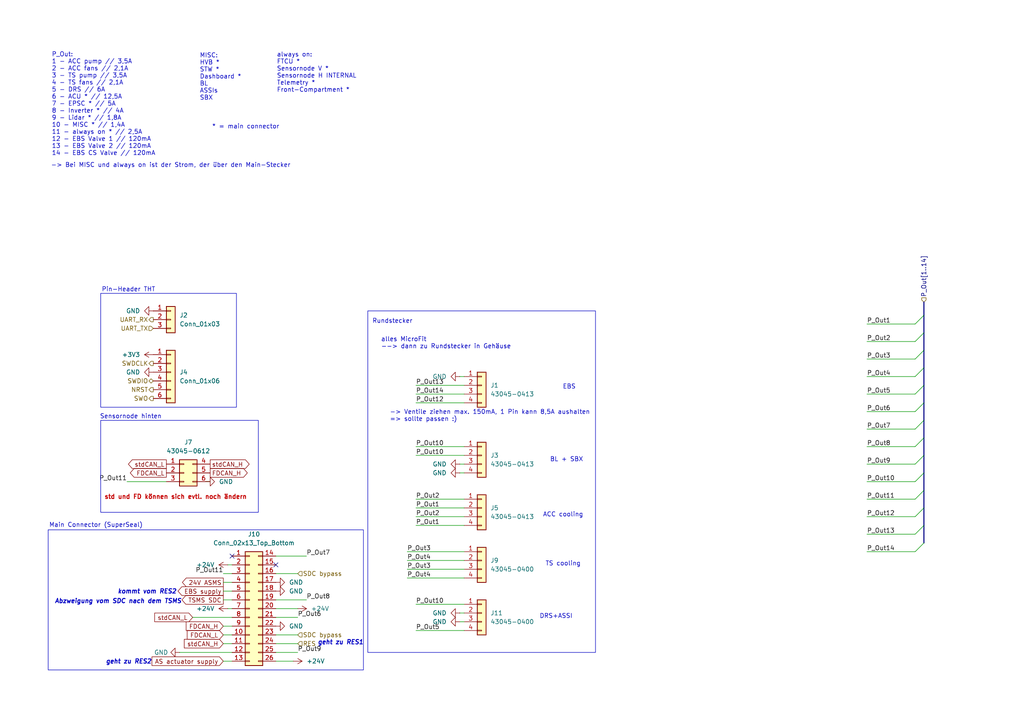
<source format=kicad_sch>
(kicad_sch (version 20231120) (generator "eeschema") (generator_version "8.0")
  (paper "A4")
  (title_block (title "PDU FT25") (date "2025-01-15") (rev "V1.2") (company "Janek Herm") (comment 1 "FaSTTUBe Electronics"))
  (lib_symbols
    (symbol "Connector_Generic:Conn_01x03" (pin_names (offset 1.016) hide)
      (property "Reference" "J" (at 0 5.08 0))
      (property "Value" "Conn_01x03" (at 0 -5.08 0))
      (symbol "Conn_01x03_1_1"
        (rectangle (start -1.27 -2.413) (end 0 -2.667) (stroke (width 0.1524)))
        (rectangle (start -1.27 0.127) (end 0 -0.127) (stroke (width 0.1524)))
        (rectangle (start -1.27 2.667) (end 0 2.413) (stroke (width 0.1524)))
        (rectangle (start -1.27 3.81) (end 1.27 -3.81) (stroke (width 0.254)) (fill (type background)))
        (pin passive line (at -5.08 2.54 0) (length 3.81) (name "Pin_1") (number "1"))
        (pin passive line (at -5.08 0 0) (length 3.81) (name "Pin_2") (number "2"))
        (pin passive line (at -5.08 -2.54 0) (length 3.81) (name "Pin_3") (number "3"))
      )
    )
    (symbol "Connector_Generic:Conn_01x04" (pin_names (offset 1.016) hide)
      (property "Reference" "J" (at 0 5.08 0))
      (property "Value" "Conn_01x04" (at 0 -7.62 0))
      (symbol "Conn_01x04_1_1"
        (rectangle (start -1.27 -4.953) (end 0 -5.207) (stroke (width 0.1524)))
        (rectangle (start -1.27 -2.413) (end 0 -2.667) (stroke (width 0.1524)))
        (rectangle (start -1.27 0.127) (end 0 -0.127) (stroke (width 0.1524)))
        (rectangle (start -1.27 2.667) (end 0 2.413) (stroke (width 0.1524)))
        (rectangle (start -1.27 3.81) (end 1.27 -6.35) (stroke (width 0.254)) (fill (type background)))
        (pin passive line (at -5.08 2.54 0) (length 3.81) (name "Pin_1") (number "1"))
        (pin passive line (at -5.08 0 0) (length 3.81) (name "Pin_2") (number "2"))
        (pin passive line (at -5.08 -2.54 0) (length 3.81) (name "Pin_3") (number "3"))
        (pin passive line (at -5.08 -5.08 0) (length 3.81) (name "Pin_4") (number "4"))
      )
    )
    (symbol "Connector_Generic:Conn_01x06" (pin_names (offset 1.016) hide)
      (property "Reference" "J" (at 0 7.62 0))
      (property "Value" "Conn_01x06" (at 0 -10.16 0))
      (symbol "Conn_01x06_1_1"
        (rectangle (start -1.27 -7.493) (end 0 -7.747) (stroke (width 0.1524)))
        (rectangle (start -1.27 -4.953) (end 0 -5.207) (stroke (width 0.1524)))
        (rectangle (start -1.27 -2.413) (end 0 -2.667) (stroke (width 0.1524)))
        (rectangle (start -1.27 0.127) (end 0 -0.127) (stroke (width 0.1524)))
        (rectangle (start -1.27 2.667) (end 0 2.413) (stroke (width 0.1524)))
        (rectangle (start -1.27 5.207) (end 0 4.953) (stroke (width 0.1524)))
        (rectangle (start -1.27 6.35) (end 1.27 -8.89) (stroke (width 0.254)) (fill (type background)))
        (pin passive line (at -5.08 5.08 0) (length 3.81) (name "Pin_1") (number "1"))
        (pin passive line (at -5.08 2.54 0) (length 3.81) (name "Pin_2") (number "2"))
        (pin passive line (at -5.08 0 0) (length 3.81) (name "Pin_3") (number "3"))
        (pin passive line (at -5.08 -2.54 0) (length 3.81) (name "Pin_4") (number "4"))
        (pin passive line (at -5.08 -5.08 0) (length 3.81) (name "Pin_5") (number "5"))
        (pin passive line (at -5.08 -7.62 0) (length 3.81) (name "Pin_6") (number "6"))
      )
    )
    (symbol "Connector_Generic:Conn_02x03_Top_Bottom" (pin_names (offset 1.016) hide)
      (property "Reference" "J" (at 1.27 5.08 0))
      (property "Value" "Conn_02x03_Top_Bottom" (at 1.27 -5.08 0))
      (symbol "Conn_02x03_Top_Bottom_1_1"
        (rectangle (start -1.27 -2.413) (end 0 -2.667) (stroke (width 0.1524)))
        (rectangle (start -1.27 0.127) (end 0 -0.127) (stroke (width 0.1524)))
        (rectangle (start -1.27 2.667) (end 0 2.413) (stroke (width 0.1524)))
        (rectangle (start -1.27 3.81) (end 3.81 -3.81) (stroke (width 0.254)) (fill (type background)))
        (rectangle (start 3.81 -2.413) (end 2.54 -2.667) (stroke (width 0.1524)))
        (rectangle (start 3.81 0.127) (end 2.54 -0.127) (stroke (width 0.1524)))
        (rectangle (start 3.81 2.667) (end 2.54 2.413) (stroke (width 0.1524)))
        (pin passive line (at -5.08 2.54 0) (length 3.81) (name "Pin_1") (number "1"))
        (pin passive line (at -5.08 0 0) (length 3.81) (name "Pin_2") (number "2"))
        (pin passive line (at -5.08 -2.54 0) (length 3.81) (name "Pin_3") (number "3"))
        (pin passive line (at 7.62 2.54 180) (length 3.81) (name "Pin_4") (number "4"))
        (pin passive line (at 7.62 0 180) (length 3.81) (name "Pin_5") (number "5"))
        (pin passive line (at 7.62 -2.54 180) (length 3.81) (name "Pin_6") (number "6"))
      )
    )
    (symbol "Connector_Generic:Conn_02x13_Top_Bottom" (pin_names (offset 1.016) hide)
      (property "Reference" "J" (at 1.27 17.78 0))
      (property "Value" "Conn_02x13_Top_Bottom" (at 1.27 -17.78 0))
      (symbol "Conn_02x13_Top_Bottom_1_1"
        (rectangle (start -1.27 -15.113) (end 0 -15.367) (stroke (width 0.1524)))
        (rectangle (start -1.27 -12.573) (end 0 -12.827) (stroke (width 0.1524)))
        (rectangle (start -1.27 -10.033) (end 0 -10.287) (stroke (width 0.1524)))
        (rectangle (start -1.27 -7.493) (end 0 -7.747) (stroke (width 0.1524)))
        (rectangle (start -1.27 -4.953) (end 0 -5.207) (stroke (width 0.1524)))
        (rectangle (start -1.27 -2.413) (end 0 -2.667) (stroke (width 0.1524)))
        (rectangle (start -1.27 0.127) (end 0 -0.127) (stroke (width 0.1524)))
        (rectangle (start -1.27 2.667) (end 0 2.413) (stroke (width 0.1524)))
        (rectangle (start -1.27 5.207) (end 0 4.953) (stroke (width 0.1524)))
        (rectangle (start -1.27 7.747) (end 0 7.493) (stroke (width 0.1524)))
        (rectangle (start -1.27 10.287) (end 0 10.033) (stroke (width 0.1524)))
        (rectangle (start -1.27 12.827) (end 0 12.573) (stroke (width 0.1524)))
        (rectangle (start -1.27 15.367) (end 0 15.113) (stroke (width 0.1524)))
        (rectangle (start -1.27 16.51) (end 3.81 -16.51) (stroke (width 0.254)) (fill (type background)))
        (rectangle (start 3.81 -15.113) (end 2.54 -15.367) (stroke (width 0.1524)))
        (rectangle (start 3.81 -12.573) (end 2.54 -12.827) (stroke (width 0.1524)))
        (rectangle (start 3.81 -10.033) (end 2.54 -10.287) (stroke (width 0.1524)))
        (rectangle (start 3.81 -7.493) (end 2.54 -7.747) (stroke (width 0.1524)))
        (rectangle (start 3.81 -4.953) (end 2.54 -5.207) (stroke (width 0.1524)))
        (rectangle (start 3.81 -2.413) (end 2.54 -2.667) (stroke (width 0.1524)))
        (rectangle (start 3.81 0.127) (end 2.54 -0.127) (stroke (width 0.1524)))
        (rectangle (start 3.81 2.667) (end 2.54 2.413) (stroke (width 0.1524)))
        (rectangle (start 3.81 5.207) (end 2.54 4.953) (stroke (width 0.1524)))
        (rectangle (start 3.81 7.747) (end 2.54 7.493) (stroke (width 0.1524)))
        (rectangle (start 3.81 10.287) (end 2.54 10.033) (stroke (width 0.1524)))
        (rectangle (start 3.81 12.827) (end 2.54 12.573) (stroke (width 0.1524)))
        (rectangle (start 3.81 15.367) (end 2.54 15.113) (stroke (width 0.1524)))
        (pin passive line (at -5.08 15.24 0) (length 3.81) (name "Pin_1") (number "1"))
        (pin passive line (at -5.08 -7.62 0) (length 3.81) (name "Pin_10") (number "10"))
        (pin passive line (at -5.08 -10.16 0) (length 3.81) (name "Pin_11") (number "11"))
        (pin passive line (at -5.08 -12.7 0) (length 3.81) (name "Pin_12") (number "12"))
        (pin passive line (at -5.08 -15.24 0) (length 3.81) (name "Pin_13") (number "13"))
        (pin passive line (at 7.62 15.24 180) (length 3.81) (name "Pin_14") (number "14"))
        (pin passive line (at 7.62 12.7 180) (length 3.81) (name "Pin_15") (number "15"))
        (pin passive line (at 7.62 10.16 180) (length 3.81) (name "Pin_16") (number "16"))
        (pin passive line (at 7.62 7.62 180) (length 3.81) (name "Pin_17") (number "17"))
        (pin passive line (at 7.62 5.08 180) (length 3.81) (name "Pin_18") (number "18"))
        (pin passive line (at 7.62 2.54 180) (length 3.81) (name "Pin_19") (number "19"))
        (pin passive line (at -5.08 12.7 0) (length 3.81) (name "Pin_2") (number "2"))
        (pin passive line (at 7.62 0 180) (length 3.81) (name "Pin_20") (number "20"))
        (pin passive line (at 7.62 -2.54 180) (length 3.81) (name "Pin_21") (number "21"))
        (pin passive line (at 7.62 -5.08 180) (length 3.81) (name "Pin_22") (number "22"))
        (pin passive line (at 7.62 -7.62 180) (length 3.81) (name "Pin_23") (number "23"))
        (pin passive line (at 7.62 -10.16 180) (length 3.81) (name "Pin_24") (number "24"))
        (pin passive line (at 7.62 -12.7 180) (length 3.81) (name "Pin_25") (number "25"))
        (pin passive line (at 7.62 -15.24 180) (length 3.81) (name "Pin_26") (number "26"))
        (pin passive line (at -5.08 10.16 0) (length 3.81) (name "Pin_3") (number "3"))
        (pin passive line (at -5.08 7.62 0) (length 3.81) (name "Pin_4") (number "4"))
        (pin passive line (at -5.08 5.08 0) (length 3.81) (name "Pin_5") (number "5"))
        (pin passive line (at -5.08 2.54 0) (length 3.81) (name "Pin_6") (number "6"))
        (pin passive line (at -5.08 0 0) (length 3.81) (name "Pin_7") (number "7"))
        (pin passive line (at -5.08 -2.54 0) (length 3.81) (name "Pin_8") (number "8"))
        (pin passive line (at -5.08 -5.08 0) (length 3.81) (name "Pin_9") (number "9"))
      )
    )
    (symbol "power:+24V" (power) (pin_numbers hide) (pin_names (offset 0) hide)
      (property "Value" "+24V" (at 0 3.556 0))
      (symbol "+24V_0_1"
        (polyline (pts (xy -0.762 1.27) (xy 0 2.54)))
        (polyline (pts (xy 0 0) (xy 0 2.54)))
        (polyline (pts (xy 0 2.54) (xy 0.762 1.27)))
      )
      (symbol "+24V_1_1"
        (pin power_in line (at 0 0 90) (length 0) (name "~") (number "1"))
      )
    )
    (symbol "power:+3.3V" (power) (pin_numbers hide) (pin_names (offset 0) hide)
      (property "Value" "+3.3V" (at 0 3.556 0))
      (symbol "+3.3V_0_1"
        (polyline (pts (xy -0.762 1.27) (xy 0 2.54)))
        (polyline (pts (xy 0 0) (xy 0 2.54)))
        (polyline (pts (xy 0 2.54) (xy 0.762 1.27)))
      )
      (symbol "+3.3V_1_1"
        (pin power_in line (at 0 0 90) (length 0) (name "~") (number "1"))
      )
    )
    (symbol "power:GND" (power) (pin_numbers hide) (pin_names (offset 0) hide)
      (property "Value" "GND" (at 0 -3.81 0))
      (symbol "GND_0_1"
        (polyline (pts (xy 0 0) (xy 0 -1.27) (xy 1.27 -1.27) (xy 0 -2.54) (xy -1.27 -1.27) (xy 0 -1.27)))
      )
      (symbol "GND_1_1"
        (pin power_in line (at 0 0 270) (length 0) (name "~") (number "1"))
      )
    )
  )
  (no_connect (at 80.01 163.83))
  (no_connect (at 67.31 161.29))
  (bus_entry (at 265.43 109.22) (size 2.54 -2.54))
  (bus_entry (at 265.43 99.06) (size 2.54 -2.54))
  (bus_entry (at 265.43 160.02) (size 2.54 -2.54))
  (bus_entry (at 265.43 129.54) (size 2.54 -2.54))
  (bus_entry (at 265.43 134.62) (size 2.54 -2.54))
  (bus_entry (at 265.43 119.38) (size 2.54 -2.54))
  (bus_entry (at 265.43 93.98) (size 2.54 -2.54))
  (bus_entry (at 265.43 114.3) (size 2.54 -2.54))
  (bus_entry (at 265.43 139.7) (size 2.54 -2.54))
  (bus_entry (at 265.43 149.86) (size 2.54 -2.54))
  (bus_entry (at 265.43 104.14) (size 2.54 -2.54))
  (bus_entry (at 265.43 144.78) (size 2.54 -2.54))
  (bus_entry (at 265.43 154.94) (size 2.54 -2.54))
  (bus_entry (at 265.43 124.46) (size 2.54 -2.54))
  (wire (pts (xy 251.46 149.86) (xy 265.43 149.86)))
  (wire (pts (xy 120.65 144.78) (xy 134.62 144.78)))
  (bus (pts (xy 267.97 142.24) (xy 267.97 147.32)))
  (bus (pts (xy 267.97 121.92) (xy 267.97 127)))
  (wire (pts (xy 120.65 111.76) (xy 134.62 111.76)))
  (wire (pts (xy 251.46 154.94) (xy 265.43 154.94)))
  (wire (pts (xy 85.09 191.77) (xy 80.01 191.77)))
  (wire (pts (xy 64.77 173.99) (xy 67.31 173.99)))
  (wire (pts (xy 120.65 114.3) (xy 134.62 114.3)))
  (bus (pts (xy 267.97 127) (xy 267.97 132.08)))
  (wire (pts (xy 118.11 167.64) (xy 134.62 167.64)))
  (wire (pts (xy 251.46 134.62) (xy 265.43 134.62)))
  (wire (pts (xy 55.88 179.07) (xy 67.31 179.07)))
  (wire (pts (xy 67.31 191.77) (xy 64.77 191.77)))
  (wire (pts (xy 251.46 160.02) (xy 265.43 160.02)))
  (bus (pts (xy 267.97 147.32) (xy 267.97 152.4)))
  (wire (pts (xy 67.31 166.37) (xy 64.77 166.37)))
  (wire (pts (xy 118.11 165.1) (xy 134.62 165.1)))
  (wire (pts (xy 251.46 129.54) (xy 265.43 129.54)))
  (wire (pts (xy 52.07 189.23) (xy 67.31 189.23)))
  (bus (pts (xy 267.97 116.84) (xy 267.97 121.92)))
  (wire (pts (xy 251.46 139.7) (xy 265.43 139.7)))
  (wire (pts (xy 251.46 119.38) (xy 265.43 119.38)))
  (wire (pts (xy 251.46 114.3) (xy 265.43 114.3)))
  (wire (pts (xy 86.36 176.53) (xy 80.01 176.53)))
  (bus (pts (xy 267.97 101.6) (xy 267.97 106.68)))
  (wire (pts (xy 251.46 99.06) (xy 265.43 99.06)))
  (wire (pts (xy 251.46 124.46) (xy 265.43 124.46)))
  (bus (pts (xy 267.97 137.16) (xy 267.97 142.24)))
  (bus (pts (xy 267.97 111.76) (xy 267.97 116.84)))
  (wire (pts (xy 133.35 134.62) (xy 134.62 134.62)))
  (wire (pts (xy 80.01 184.15) (xy 86.36 184.15)))
  (wire (pts (xy 120.65 147.32) (xy 134.62 147.32)))
  (wire (pts (xy 251.46 109.22) (xy 265.43 109.22)))
  (wire (pts (xy 120.65 149.86) (xy 134.62 149.86)))
  (wire (pts (xy 120.65 175.26) (xy 134.62 175.26)))
  (wire (pts (xy 66.04 176.53) (xy 67.31 176.53)))
  (wire (pts (xy 64.77 171.45) (xy 67.31 171.45)))
  (wire (pts (xy 118.11 162.56) (xy 134.62 162.56)))
  (bus (pts (xy 267.97 87.63) (xy 267.97 91.44)))
  (bus (pts (xy 267.97 152.4) (xy 267.97 157.48)))
  (bus (pts (xy 267.97 91.44) (xy 267.97 96.52)))
  (wire (pts (xy 251.46 104.14) (xy 265.43 104.14)))
  (wire (pts (xy 133.35 177.8) (xy 134.62 177.8)))
  (wire (pts (xy 134.62 132.08) (xy 120.65 132.08)))
  (wire (pts (xy 80.01 161.29) (xy 88.9 161.29)))
  (bus (pts (xy 267.97 96.52) (xy 267.97 101.6)))
  (wire (pts (xy 133.35 180.34) (xy 134.62 180.34)))
  (wire (pts (xy 120.65 152.4) (xy 134.62 152.4)))
  (wire (pts (xy 36.83 139.7) (xy 48.26 139.7)))
  (wire (pts (xy 64.77 168.91) (xy 67.31 168.91)))
  (wire (pts (xy 64.77 186.69) (xy 67.31 186.69)))
  (wire (pts (xy 80.01 179.07) (xy 86.36 179.07)))
  (bus (pts (xy 267.97 106.68) (xy 267.97 111.76)))
  (wire (pts (xy 251.46 144.78) (xy 265.43 144.78)))
  (wire (pts (xy 66.04 163.83) (xy 67.31 163.83)))
  (wire (pts (xy 80.01 189.23) (xy 86.36 189.23)))
  (wire (pts (xy 64.77 184.15) (xy 67.31 184.15)))
  (wire (pts (xy 80.01 166.37) (xy 86.36 166.37)))
  (wire (pts (xy 120.65 129.54) (xy 134.62 129.54)))
  (bus (pts (xy 267.97 132.08) (xy 267.97 137.16)))
  (wire (pts (xy 120.65 182.88) (xy 134.62 182.88)))
  (wire (pts (xy 80.01 173.99) (xy 88.9 173.99)))
  (wire (pts (xy 133.35 109.22) (xy 134.62 109.22)))
  (wire (pts (xy 133.35 137.16) (xy 134.62 137.16)))
  (wire (pts (xy 251.46 93.98) (xy 265.43 93.98)))
  (wire (pts (xy 80.01 186.69) (xy 86.36 186.69)))
  (wire (pts (xy 120.65 116.84) (xy 134.62 116.84)))
  (wire (pts (xy 118.11 160.02) (xy 134.62 160.02)))
  (wire (pts (xy 64.77 181.61) (xy 67.31 181.61)))
  (wire (pts (xy 59.69 139.7) (xy 60.96 139.7)))
  (rectangle (start 29.21 85.09) (end 68.58 118.11))
  (rectangle (start 106.68 90.17) (end 172.72 189.23))
  (rectangle (start 13.97 153.67) (end 105.41 194.31))
  (rectangle (start 29.21 121.92) (end 74.93 148.59))
  (text "* = main connector" (at 61.468 36.83 0) (effects (font (size 1.27 1.27)) (justify left)))
  (text "DRS+ASSI" (at 161.29 178.816 0) (effects (font (size 1.27 1.27))))
  (text "Pin-Header THT" (at 29.464 84.074 0) (effects (font (size 1.27 1.27)) (justify left)))
  (text "kommt vom RES2" (at 42.672 171.704 0) (effects (font (size 1.27 1.27) (thickness 0.254) (bold yes) (italic yes))))
  (text "Abzweigung vom SDC nach dem TSMS" (at 34.29 174.498 0) (effects (font (size 1.27 1.27) (thickness 0.254) (bold yes) (italic yes))))
  (text "alles MicroFit\n--> dann zu Rundstecker in Gehäuse" (at 110.49 99.568 0) (effects (font (size 1.27 1.27) (thickness 0.1588)) (justify left)))
  (text "Sensornode hinten" (at 28.956 120.904 0) (effects (font (size 1.27 1.27)) (justify left)))
  (text "Rundstecker" (at 107.95 93.218 0) (effects (font (size 1.27 1.27)) (justify left)))
  (text "Main Connector (SuperSeal)" (at 14.224 152.4 0) (effects (font (size 1.27 1.27)) (justify left)))
  (text "-> Ventile ziehen max. 150mA, 1 Pin kann 8,5A aushalten \n=> sollte passen :)" (at 113.03 120.65 0) (effects (font (size 1.27 1.27)) (justify left)))
  (text "EBS" (at 165.1 112.268 0) (effects (font (size 1.27 1.27))))
  (text "MISC:\nHVB *\nSTW *\nDashboard *\nBL\nASSIs\nSBX" (at 57.912 22.352 0) (effects (font (size 1.27 1.27)) (justify left)))
  (text "-> Bei MISC und always on ist der Strom, der über den Main-Stecker" (at 49.53 48.006 0) (effects (font (size 1.27 1.27))))
  (text "TS cooling" (at 163.322 163.576 0) (effects (font (size 1.27 1.27))))
  (text "std und FD können sich evtl. noch ändern" (at 30.226 144.272 0) (effects (font (size 1.27 1.27) (thickness 0.254) (bold yes)) (justify left)))
  (text "geht zu RES2" (at 37.338 192.024 0) (effects (font (size 1.27 1.27) (thickness 0.254) (bold yes) (italic yes))))
  (text "P_Out:\n1 - ACC pump // 3,5A\n2 - ACC fans // 2,1A\n3 - TS pump // 3,5A\n4 - TS fans // 2,1A\n5 - DRS // 6A\n6 - ACU * // 12,5A\n7 - EPSC * // 5A\n8 - Inverter * // 4A\n9 - Lidar * // 1,8A\n10 - MISC * // 1,4A\n11 - always on * // 2,5A\n12 - EBS Valve 1 // 120mA\n13 - EBS Valve 2 // 120mA\n14 - EBS CS Valve // 120mA" (at 14.986 30.226 0) (effects (font (size 1.27 1.27)) (justify left)))
  (text "BL + SBX" (at 164.338 133.35 0) (effects (font (size 1.27 1.27))))
  (text "geht zu RES1" (at 98.806 186.436 0) (effects (font (size 1.27 1.27) (thickness 0.254) (bold yes) (italic yes))))
  (text "ACC cooling" (at 163.322 149.352 0) (effects (font (size 1.27 1.27))))
  (text "always on:\nFTCU *\nSensornode V *\nSensornode H INTERNAL\nTelemetry * \nFront-Compartment *" (at 80.264 21.082 0) (effects (font (size 1.27 1.27)) (justify left)))
  (label "P_Out10" (at 251.46 139.7 0))
  (label "P_Out7" (at 88.9 161.29 0))
  (label "P_Out3" (at 251.46 104.14 0))
  (label "P_Out1" (at 251.46 93.98 0))
  (label "P_Out8" (at 251.46 129.54 0))
  (label "P_Out13" (at 251.46 154.94 0))
  (label "P_Out5" (at 120.65 182.88 0))
  (label "P_Out1" (at 120.65 147.32 0))
  (label "P_Out9" (at 251.46 134.62 0))
  (label "P_Out10" (at 120.65 129.54 0))
  (label "P_Out11" (at 251.46 144.78 0))
  (label "P_Out5" (at 251.46 114.3 0))
  (label "P_Out3" (at 118.11 165.1 0))
  (label "P_Out9" (at 86.36 189.23 0))
  (label "P_Out1" (at 120.65 152.4 0))
  (label "P_Out12" (at 251.46 149.86 0))
  (label "P_Out2" (at 251.46 99.06 0))
  (label "P_Out12" (at 120.65 116.84 0))
  (label "P_Out11" (at 36.83 139.7 180))
  (label "P_Out8" (at 88.9 173.99 0))
  (label "P_Out11" (at 64.77 166.37 180))
  (label "P_Out4" (at 118.11 162.56 0))
  (label "P_Out14" (at 120.65 114.3 0))
  (label "P_Out4" (at 118.11 167.64 0))
  (label "P_Out6" (at 86.36 179.07 0))
  (label "P_Out7" (at 251.46 124.46 0))
  (label "P_Out2" (at 120.65 144.78 0))
  (label "P_Out10" (at 120.65 132.08 0))
  (label "P_Out10" (at 120.65 175.26 0))
  (label "P_Out3" (at 118.11 160.02 0))
  (label "P_Out2" (at 120.65 149.86 0))
  (label "P_Out13" (at 120.65 111.76 0))
  (label "P_Out14" (at 251.46 160.02 0))
  (label "P_Out4" (at 251.46 109.22 0))
  (label "P_Out6" (at 251.46 119.38 0))
  (global_label "TSMS SDC" (shape output) (at 64.77 173.99 180) (property "Intersheetrefs" "${INTERSHEET_REFS}" (effects (hide yes))))
  (global_label "stdCAN_H" (shape output) (at 60.96 134.62 0) (property "Intersheetrefs" "${INTERSHEET_REFS}" (effects (hide yes))))
  (global_label "FDCAN_H" (shape output) (at 60.96 137.16 0) (property "Intersheetrefs" "${INTERSHEET_REFS}" (effects (hide yes))))
  (global_label "stdCAN_L" (shape input) (at 55.88 179.07 180) (property "Intersheetrefs" "${INTERSHEET_REFS}" (effects (hide yes))))
  (global_label "FDCAN_L" (shape output) (at 48.26 137.16 180) (property "Intersheetrefs" "${INTERSHEET_REFS}" (effects (hide yes))))
  (global_label "FDCAN_L" (shape input) (at 64.77 184.15 180) (property "Intersheetrefs" "${INTERSHEET_REFS}" (effects (hide yes))))
  (global_label "stdCAN_H" (shape input) (at 64.77 186.69 180) (property "Intersheetrefs" "${INTERSHEET_REFS}" (effects (hide yes))))
  (global_label "EBS supply" (shape output) (at 64.77 171.45 180) (property "Intersheetrefs" "${INTERSHEET_REFS}" (effects (hide yes))))
  (global_label "24V ASMS" (shape output) (at 64.77 168.91 180) (property "Intersheetrefs" "${INTERSHEET_REFS}" (effects (hide yes))))
  (global_label "stdCAN_L" (shape output) (at 48.26 134.62 180) (property "Intersheetrefs" "${INTERSHEET_REFS}" (effects (hide yes))))
  (global_label "FDCAN_H" (shape input) (at 64.77 181.61 180) (property "Intersheetrefs" "${INTERSHEET_REFS}" (effects (hide yes))))
  (global_label "AS actuator supply" (shape input) (at 64.77 191.77 180) (property "Intersheetrefs" "${INTERSHEET_REFS}" (effects (hide yes))))
  (hierarchical_label "P_Out[1..14]" (shape input) (at 267.97 87.63 90) (effects (font (thickness 0.1588))))
  (hierarchical_label "SWDIO" (shape bidirectional) (at 44.45 110.49 180) (effects (font (thickness 0.1588))))
  (hierarchical_label "SWO" (shape output) (at 44.45 115.57 180))
  (hierarchical_label "RES" (shape input) (at 86.36 186.69 0))
  (hierarchical_label "UART_TX" (shape input) (at 44.45 95.25 180))
  (hierarchical_label "SDC bypass" (shape input) (at 86.36 166.37 0))
  (hierarchical_label "NRST" (shape output) (at 44.45 113.03 180) (effects (font (thickness 0.1588))))
  (hierarchical_label "SWDCLK" (shape output) (at 44.45 105.41 180))
  (hierarchical_label "UART_RX" (shape output) (at 44.45 92.71 180))
  (hierarchical_label "SDC bypass" (shape input) (at 86.36 184.15 0))
  (symbol (lib_id "Connector_Generic:Conn_01x04") (at 139.7 111.76 0) (unit 1)
    (property "Reference" "J1" (at 142.24 111.7599 0) (effects (justify left)))
    (property "Value" "43045-0413" (at 142.24 114.2999 0) (effects (justify left)))
    (property "Footprint" "Connector_Molex:Molex_Micro-Fit_3.0_43045-0412_2x02_P3.00mm_Vertical" (effects (hide yes)))
    (property "Description" "Generic connector, single row, 01x04, script generated (kicad-library-utils/schlib/autogen/connector/)" (effects (hide yes)))
  )
  (symbol (lib_id "power:GND") (at 133.35 177.8 270) (mirror x) (unit 1)
    (property "Reference" "#PWR0215" (effects (hide yes)))
    (property "Value" "GND" (at 129.54 177.7999 90) (effects (justify right)))
    (property "Description" "Power symbol creates a global label with name \"GND\" , ground" (effects (hide yes)))
  )
  (symbol (lib_id "power:+3.3V") (at 44.45 102.87 90) (unit 1)
    (property "Reference" "#PWR035" (effects (hide yes)))
    (property "Value" "+3V3" (at 40.64 102.8699 90) (effects (justify left)))
    (property "Description" "Power symbol creates a global label with name \"+3.3V\"" (effects (hide yes)))
  )
  (symbol (lib_id "power:GND") (at 133.35 180.34 270) (unit 1)
    (property "Reference" "#PWR0214" (effects (hide yes)))
    (property "Value" "GND" (at 129.54 180.3401 90) (effects (justify right)))
    (property "Description" "Power symbol creates a global label with name \"GND\" , ground" (effects (hide yes)))
  )
  (symbol (lib_id "power:GND") (at 133.35 134.62 270) (mirror x) (unit 1)
    (property "Reference" "#PWR0221" (effects (hide yes)))
    (property "Value" "GND" (at 129.54 134.6199 90) (effects (justify right)))
    (property "Description" "Power symbol creates a global label with name \"GND\" , ground" (effects (hide yes)))
  )
  (symbol (lib_id "power:+24V") (at 66.04 176.53 90) (mirror x) (unit 1)
    (property "Reference" "#PWR0196" (effects (hide yes)))
    (property "Value" "+24V" (at 62.23 176.5301 90) (effects (justify left)))
    (property "Description" "Power symbol creates a global label with name \"+24V\"" (effects (hide yes)))
  )
  (symbol (lib_id "power:GND") (at 52.07 189.23 270) (unit 1)
    (property "Reference" "#PWR045" (effects (hide yes)))
    (property "Value" "GND" (at 46.736 189.23 90))
    (property "Description" "Power symbol creates a global label with name \"GND\" , ground" (effects (hide yes)))
  )
  (symbol (lib_id "power:GND") (at 44.45 90.17 270) (unit 1)
    (property "Reference" "#PWR034" (effects (hide yes)))
    (property "Value" "GND" (at 40.64 90.1699 90) (effects (justify right)))
    (property "Description" "Power symbol creates a global label with name \"GND\" , ground" (effects (hide yes)))
  )
  (symbol (lib_id "Connector_Generic:Conn_01x04") (at 139.7 132.08 0) (unit 1)
    (property "Reference" "J3" (at 142.24 132.0799 0) (effects (justify left)))
    (property "Value" "43045-0413" (at 142.24 134.6199 0) (effects (justify left)))
    (property "Footprint" "Connector_Molex:Molex_Micro-Fit_3.0_43045-0412_2x02_P3.00mm_Vertical" (effects (hide yes)))
    (property "Description" "Generic connector, single row, 01x04, script generated (kicad-library-utils/schlib/autogen/connector/)" (effects (hide yes)))
  )
  (symbol (lib_id "power:GND") (at 80.01 171.45 90) (unit 1)
    (property "Reference" "#PWR0213" (effects (hide yes)))
    (property "Value" "GND" (at 83.82 171.4499 90) (effects (justify right)))
    (property "Description" "Power symbol creates a global label with name \"GND\" , ground" (effects (hide yes)))
  )
  (symbol (lib_id "power:GND") (at 80.01 181.61 90) (mirror x) (unit 1)
    (property "Reference" "#PWR0195" (effects (hide yes)))
    (property "Value" "GND" (at 83.82 181.6099 90) (effects (justify right)))
    (property "Description" "Power symbol creates a global label with name \"GND\" , ground" (effects (hide yes)))
  )
  (symbol (lib_id "Connector_Generic:Conn_01x06") (at 49.53 107.95 0) (unit 1)
    (property "Reference" "J4" (at 52.07 107.9499 0) (effects (justify left)))
    (property "Value" "Conn_01x06" (at 52.07 110.4899 0) (effects (justify left)))
    (property "Footprint" "Connector_PinHeader_2.54mm:PinHeader_1x06_P2.54mm_Vertical" (effects (hide yes)))
    (property "Description" "Generic connector, single row, 01x06, script generated (kicad-library-utils/schlib/autogen/connector/)" (effects (hide yes)))
  )
  (symbol (lib_id "power:+24V") (at 85.09 191.77 270) (unit 1)
    (property "Reference" "#PWR044" (effects (hide yes)))
    (property "Value" "+24V" (at 88.9 191.7701 90) (effects (justify left)))
    (property "Description" "Power symbol creates a global label with name \"+24V\"" (effects (hide yes)))
  )
  (symbol (lib_id "Connector_Generic:Conn_01x04") (at 139.7 177.8 0) (unit 1)
    (property "Reference" "J11" (at 142.24 177.7999 0) (effects (justify left)))
    (property "Value" "43045-0400" (at 142.24 180.3399 0) (effects (justify left)))
    (property "Footprint" "43045-0400:43045-04_00,01,02,10_" (effects (hide yes)))
    (property "Description" "Generic connector, single row, 01x04, script generated (kicad-library-utils/schlib/autogen/connector/)" (effects (hide yes)))
  )
  (symbol (lib_id "power:+24V") (at 66.04 163.83 90) (unit 1)
    (property "Reference" "#PWR0156" (effects (hide yes)))
    (property "Value" "+24V" (at 62.23 163.8299 90) (effects (justify left)))
    (property "Description" "Power symbol creates a global label with name \"+24V\"" (effects (hide yes)))
  )
  (symbol (lib_id "Connector_Generic:Conn_02x13_Top_Bottom") (at 72.39 176.53 0) (unit 1)
    (property "Reference" "J10" (at 73.66 154.94 0))
    (property "Value" "Conn_02x13_Top_Bottom" (at 73.66 157.48 0))
    (property "Footprint" "6437288-4:64372884" (effects (hide yes)))
    (property "Description" "Generic connector, double row, 02x13, top/bottom pin numbering scheme (row 1: 1...pins_per_row, row2: pins_per_row+1 ... num_pins), script generated (kicad-library-utils/schlib/autogen/connector/)" (effects (hide yes)))
  )
  (symbol (lib_id "power:GND") (at 80.01 168.91 90) (unit 1)
    (property "Reference" "#PWR0205" (effects (hide yes)))
    (property "Value" "GND" (at 83.82 168.9099 90) (effects (justify right)))
    (property "Description" "Power symbol creates a global label with name \"GND\" , ground" (effects (hide yes)))
  )
  (symbol (lib_id "Connector_Generic:Conn_01x04") (at 139.7 162.56 0) (unit 1)
    (property "Reference" "J9" (at 142.24 162.5599 0) (effects (justify left)))
    (property "Value" "43045-0400" (at 142.24 165.0999 0) (effects (justify left)))
    (property "Footprint" "43045-0400:43045-04_00,01,02,10_" (effects (hide yes)))
    (property "Description" "Generic connector, single row, 01x04, script generated (kicad-library-utils/schlib/autogen/connector/)" (effects (hide yes)))
  )
  (symbol (lib_id "Connector_Generic:Conn_01x04") (at 139.7 147.32 0) (unit 1)
    (property "Reference" "J5" (at 142.24 147.3199 0) (effects (justify left)))
    (property "Value" "43045-0413" (at 142.24 149.8599 0) (effects (justify left)))
    (property "Footprint" "Connector_Molex:Molex_Micro-Fit_3.0_43045-0412_2x02_P3.00mm_Vertical" (effects (hide yes)))
    (property "Description" "Generic connector, single row, 01x04, script generated (kicad-library-utils/schlib/autogen/connector/)" (effects (hide yes)))
  )
  (symbol (lib_id "power:+24V") (at 86.36 176.53 270) (unit 1)
    (property "Reference" "#PWR0206" (effects (hide yes)))
    (property "Value" "+24V" (at 90.17 176.5301 90) (effects (justify left)))
    (property "Description" "Power symbol creates a global label with name \"+24V\"" (effects (hide yes)))
  )
  (symbol (lib_id "Connector_Generic:Conn_02x03_Top_Bottom") (at 53.34 137.16 0) (unit 1)
    (property "Reference" "J7" (at 54.61 128.27 0))
    (property "Value" "43045-0612" (at 54.61 130.81 0))
    (property "Footprint" "Connector_Molex:Molex_Micro-Fit_3.0_43045-0612_2x03_P3.00mm_Vertical" (effects (hide yes)))
    (property "Description" "Generic connector, double row, 02x03, top/bottom pin numbering scheme (row 1: 1...pins_per_row, row2: pins_per_row+1 ... num_pins), script generated (kicad-library-utils/schlib/autogen/connector/)" (effects (hide yes)))
  )
  (symbol (lib_id "power:GND") (at 133.35 137.16 270) (mirror x) (unit 1)
    (property "Reference" "#PWR0220" (effects (hide yes)))
    (property "Value" "GND" (at 129.54 137.1599 90) (effects (justify right)))
    (property "Description" "Power symbol creates a global label with name \"GND\" , ground" (effects (hide yes)))
  )
  (symbol (lib_id "power:GND") (at 59.69 139.7 90) (unit 1)
    (property "Reference" "#PWR040" (effects (hide yes)))
    (property "Value" "GND" (at 63.5 139.6999 90) (effects (justify right)))
    (property "Description" "Power symbol creates a global label with name \"GND\" , ground" (effects (hide yes)))
  )
  (symbol (lib_id "Connector_Generic:Conn_01x03") (at 49.53 92.71 0) (unit 1)
    (property "Reference" "J2" (at 52.07 91.4399 0) (effects (justify left)))
    (property "Value" "Conn_01x03" (at 52.07 93.9799 0) (effects (justify left)))
    (property "Footprint" "Connector_PinHeader_2.54mm:PinHeader_1x03_P2.54mm_Vertical" (effects (hide yes)))
    (property "Description" "Generic connector, single row, 01x03, script generated (kicad-library-utils/schlib/autogen/connector/)" (effects (hide yes)))
  )
  (symbol (lib_id "power:GND") (at 44.45 107.95 270) (unit 1)
    (property "Reference" "#PWR037" (effects (hide yes)))
    (property "Value" "GND" (at 40.64 107.9499 90) (effects (justify right)))
    (property "Description" "Power symbol creates a global label with name \"GND\" , ground" (effects (hide yes)))
  )
  (symbol (lib_id "power:GND") (at 133.35 109.22 270) (mirror x) (unit 1)
    (property "Reference" "#PWR0222" (effects (hide yes)))
    (property "Value" "GND" (at 129.54 109.2199 90) (effects (justify right)))
    (property "Description" "Power symbol creates a global label with name \"GND\" , ground" (effects (hide yes)))
  )
)
</source>
